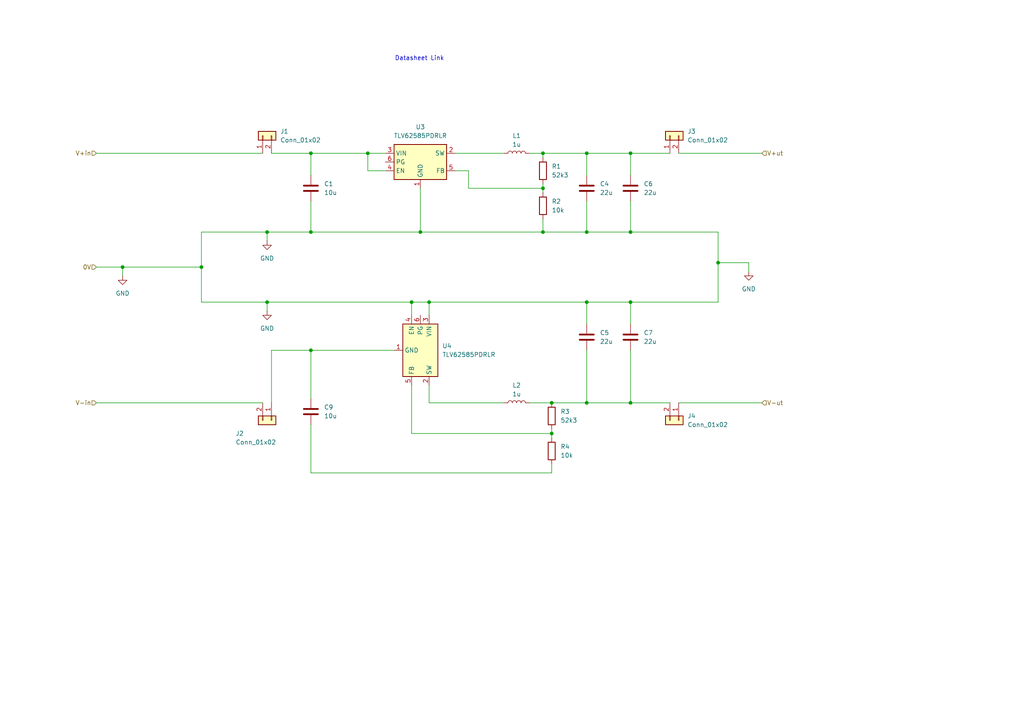
<source format=kicad_sch>
(kicad_sch (version 20231120) (generator "eeschema") (generator_version "8.0")
  (paper "A4")
  (lib_symbols
    (symbol "Connector_Generic:Conn_01x02" (pin_names (offset 1.016) hide)
      (property "Reference" "J" (at 0 2.54 0))
      (property "Value" "Conn_01x02" (at 0 -5.08 0))
      (symbol "Conn_01x02_1_1"
        (rectangle (start -1.27 -2.413) (end 0 -2.667) (stroke (width 0.1524)))
        (rectangle (start -1.27 0.127) (end 0 -0.127) (stroke (width 0.1524)))
        (rectangle (start -1.27 1.27) (end 1.27 -3.81) (stroke (width 0.254)) (fill (type background)))
        (pin passive line (at -5.08 0 0) (length 3.81) (name "Pin_1") (number "1"))
        (pin passive line (at -5.08 -2.54 0) (length 3.81) (name "Pin_2") (number "2"))
      )
    )
    (symbol "Device:C" (pin_numbers hide) (pin_names (offset 0.254))
      (property "Reference" "C" (at 0.635 2.54 0))
      (property "Value" "C" (at 0.635 -2.54 0))
      (symbol "C_0_1"
        (polyline (pts (xy -2.032 -0.762) (xy 2.032 -0.762)) (stroke (width 0.508)))
        (polyline (pts (xy -2.032 0.762) (xy 2.032 0.762)) (stroke (width 0.508)))
      )
      (symbol "C_1_1"
        (pin passive line (at 0 3.81 270) (length 2.794) (name "~") (number "1"))
        (pin passive line (at 0 -3.81 90) (length 2.794) (name "~") (number "2"))
      )
    )
    (symbol "Device:L" (pin_numbers hide) (pin_names (offset 1.016) hide)
      (property "Reference" "L" (at -1.27 0 90))
      (property "Value" "L" (at 1.905 0 90))
      (symbol "L_0_1"
        (arc (start 0 -2.54) (mid 0.6323 -1.905) (end 0 -1.27))
        (arc (start 0 -1.27) (mid 0.6323 -0.635) (end 0 0))
        (arc (start 0 0) (mid 0.6323 0.635) (end 0 1.27))
        (arc (start 0 1.27) (mid 0.6323 1.905) (end 0 2.54))
      )
      (symbol "L_1_1"
        (pin passive line (at 0 3.81 270) (length 1.27) (name "1") (number "1"))
        (pin passive line (at 0 -3.81 90) (length 1.27) (name "2") (number "2"))
      )
    )
    (symbol "Device:R" (pin_numbers hide) (pin_names (offset 0))
      (property "Reference" "R" (at 2.032 0 90))
      (property "Value" "R" (at 0 0 90))
      (symbol "R_0_1"
        (rectangle (start -1.016 -2.54) (end 1.016 2.54) (stroke (width 0.254)))
      )
      (symbol "R_1_1"
        (pin passive line (at 0 3.81 270) (length 1.27) (name "~") (number "1"))
        (pin passive line (at 0 -3.81 90) (length 1.27) (name "~") (number "2"))
      )
    )
    (symbol "buck_lib:TLV62585PDRLR"
      (property "Reference" "U" (at -7.62 6.35 0))
      (property "Value" "TLV62585PDRLR" (at 9.652 -6.35 0))
      (symbol "TLV62585PDRLR_0_1"
        (rectangle (start -7.62 5.08) (end 7.62 -5.08) (stroke (width 0.254)) (fill (type background)))
      )
      (symbol "TLV62585PDRLR_1_1"
        (pin power_in line (at 0 -7.62 90) (length 2.54) (name "GND") (number "1"))
        (pin output line (at 10.16 2.54 180) (length 2.54) (name "SW") (number "2"))
        (pin power_in line (at -10.16 2.54 0) (length 2.54) (name "VIN") (number "3"))
        (pin passive line (at -10.16 -2.54 0) (length 2.54) (name "EN") (number "4"))
        (pin input line (at 10.16 -2.54 180) (length 2.54) (name "FB") (number "5"))
        (pin passive line (at -10.16 0 0) (length 2.54) (name "PG") (number "6"))
      )
    )
    (symbol "power:GND" (power) (pin_numbers hide) (pin_names (offset 0) hide)
      (property "Value" "GND" (at 0 -3.81 0))
      (symbol "GND_0_1"
        (polyline (pts (xy 0 0) (xy 0 -1.27) (xy 1.27 -1.27) (xy 0 -2.54) (xy -1.27 -1.27) (xy 0 -1.27)))
      )
      (symbol "GND_1_1"
        (pin power_in line (at 0 0 270) (length 0) (name "~") (number "1"))
      )
    )
  )
  (junction (at 182.88 87.63))
  (junction (at 77.47 87.63))
  (junction (at 160.02 116.84))
  (junction (at 157.48 67.31))
  (junction (at 170.18 116.84))
  (junction (at 182.88 67.31))
  (junction (at 121.92 67.31))
  (junction (at 90.17 44.45))
  (junction (at 157.48 44.45))
  (junction (at 90.17 101.6))
  (junction (at 157.48 54.61))
  (junction (at 124.46 87.63))
  (junction (at 170.18 44.45))
  (junction (at 119.38 87.63))
  (junction (at 182.88 44.45))
  (junction (at 170.18 87.63))
  (junction (at 160.02 125.73))
  (junction (at 58.42 77.47))
  (junction (at 182.88 116.84))
  (junction (at 77.47 67.31))
  (junction (at 90.17 67.31))
  (junction (at 106.68 44.45))
  (junction (at 208.28 76.2))
  (junction (at 35.56 77.47))
  (junction (at 170.18 67.31))
  (wire (pts (xy 106.68 49.53) (xy 106.68 44.45)))
  (wire (pts (xy 27.94 44.45) (xy 76.2 44.45)))
  (wire (pts (xy 208.28 76.2) (xy 208.28 87.63)))
  (wire (pts (xy 182.88 58.42) (xy 182.88 67.31)))
  (wire (pts (xy 160.02 116.84) (xy 170.18 116.84)))
  (wire (pts (xy 78.74 116.84) (xy 78.74 101.6)))
  (wire (pts (xy 90.17 58.42) (xy 90.17 67.31)))
  (wire (pts (xy 119.38 125.73) (xy 160.02 125.73)))
  (wire (pts (xy 58.42 87.63) (xy 77.47 87.63)))
  (wire (pts (xy 182.88 44.45) (xy 194.31 44.45)))
  (wire (pts (xy 182.88 101.6) (xy 182.88 116.84)))
  (wire (pts (xy 160.02 125.73) (xy 160.02 127)))
  (wire (pts (xy 182.88 67.31) (xy 208.28 67.31)))
  (wire (pts (xy 119.38 87.63) (xy 124.46 87.63)))
  (wire (pts (xy 58.42 67.31) (xy 77.47 67.31)))
  (wire (pts (xy 90.17 137.16) (xy 90.17 123.19)))
  (wire (pts (xy 182.88 87.63) (xy 182.88 93.98)))
  (wire (pts (xy 90.17 67.31) (xy 121.92 67.31)))
  (wire (pts (xy 135.89 54.61) (xy 157.48 54.61)))
  (wire (pts (xy 170.18 44.45) (xy 170.18 50.8)))
  (wire (pts (xy 35.56 77.47) (xy 35.56 80.01)))
  (wire (pts (xy 160.02 137.16) (xy 90.17 137.16)))
  (wire (pts (xy 170.18 67.31) (xy 182.88 67.31)))
  (wire (pts (xy 124.46 87.63) (xy 170.18 87.63)))
  (wire (pts (xy 135.89 49.53) (xy 135.89 54.61)))
  (wire (pts (xy 132.08 49.53) (xy 135.89 49.53)))
  (wire (pts (xy 170.18 44.45) (xy 182.88 44.45)))
  (wire (pts (xy 182.88 87.63) (xy 208.28 87.63)))
  (wire (pts (xy 217.17 76.2) (xy 217.17 78.74)))
  (wire (pts (xy 78.74 101.6) (xy 90.17 101.6)))
  (wire (pts (xy 170.18 87.63) (xy 170.18 93.98)))
  (wire (pts (xy 124.46 116.84) (xy 146.05 116.84)))
  (wire (pts (xy 153.67 44.45) (xy 157.48 44.45)))
  (wire (pts (xy 157.48 67.31) (xy 170.18 67.31)))
  (wire (pts (xy 208.28 76.2) (xy 217.17 76.2)))
  (wire (pts (xy 170.18 58.42) (xy 170.18 67.31)))
  (wire (pts (xy 170.18 116.84) (xy 182.88 116.84)))
  (wire (pts (xy 90.17 101.6) (xy 114.3 101.6)))
  (wire (pts (xy 77.47 67.31) (xy 90.17 67.31)))
  (wire (pts (xy 27.94 116.84) (xy 76.2 116.84)))
  (wire (pts (xy 58.42 67.31) (xy 58.42 77.47)))
  (wire (pts (xy 90.17 44.45) (xy 106.68 44.45)))
  (wire (pts (xy 124.46 87.63) (xy 124.46 91.44)))
  (wire (pts (xy 132.08 44.45) (xy 146.05 44.45)))
  (wire (pts (xy 157.48 44.45) (xy 170.18 44.45)))
  (wire (pts (xy 119.38 111.76) (xy 119.38 125.73)))
  (wire (pts (xy 157.48 53.34) (xy 157.48 54.61)))
  (wire (pts (xy 182.88 44.45) (xy 182.88 50.8)))
  (wire (pts (xy 77.47 67.31) (xy 77.47 69.85)))
  (wire (pts (xy 90.17 44.45) (xy 90.17 50.8)))
  (wire (pts (xy 27.94 77.47) (xy 35.56 77.47)))
  (wire (pts (xy 160.02 124.46) (xy 160.02 125.73)))
  (wire (pts (xy 77.47 87.63) (xy 119.38 87.63)))
  (wire (pts (xy 90.17 115.57) (xy 90.17 101.6)))
  (wire (pts (xy 170.18 101.6) (xy 170.18 116.84)))
  (wire (pts (xy 182.88 116.84) (xy 194.31 116.84)))
  (wire (pts (xy 121.92 67.31) (xy 157.48 67.31)))
  (wire (pts (xy 153.67 116.84) (xy 160.02 116.84)))
  (wire (pts (xy 160.02 134.62) (xy 160.02 137.16)))
  (wire (pts (xy 208.28 67.31) (xy 208.28 76.2)))
  (wire (pts (xy 58.42 87.63) (xy 58.42 77.47)))
  (wire (pts (xy 77.47 87.63) (xy 77.47 90.17)))
  (wire (pts (xy 121.92 54.61) (xy 121.92 67.31)))
  (wire (pts (xy 106.68 44.45) (xy 111.76 44.45)))
  (wire (pts (xy 157.48 54.61) (xy 157.48 55.88)))
  (wire (pts (xy 119.38 91.44) (xy 119.38 87.63)))
  (wire (pts (xy 111.76 49.53) (xy 106.68 49.53)))
  (wire (pts (xy 170.18 87.63) (xy 182.88 87.63)))
  (wire (pts (xy 78.74 44.45) (xy 90.17 44.45)))
  (wire (pts (xy 124.46 111.76) (xy 124.46 116.84)))
  (wire (pts (xy 196.85 116.84) (xy 220.98 116.84)))
  (wire (pts (xy 157.48 44.45) (xy 157.48 45.72)))
  (wire (pts (xy 196.85 44.45) (xy 220.98 44.45)))
  (wire (pts (xy 157.48 63.5) (xy 157.48 67.31)))
  (wire (pts (xy 35.56 77.47) (xy 58.42 77.47)))
  (text "Datasheet Link" (at 121.666 17.018 0) (effects (font (size 1.27 1.27))))
  (hierarchical_label "V+in" (shape input) (at 27.94 44.45 180))
  (hierarchical_label "V+ut" (shape input) (at 220.98 44.45 0))
  (hierarchical_label "0V" (shape input) (at 27.94 77.47 180))
  (hierarchical_label "V-ut" (shape input) (at 220.98 116.84 0))
  (hierarchical_label "V-in" (shape input) (at 27.94 116.84 180))
  (symbol (lib_id "Connector_Generic:Conn_01x02") (at 78.74 121.92 270) (unit 1)
    (property "Reference" "J2" (at 68.326 125.73 90) (effects (justify left)))
    (property "Value" "Conn_01x02" (at 68.326 128.27 90) (effects (justify left)))
    (property "Description" "Generic connector, single row, 01x02, script generated (kicad-library-utils/schlib/autogen/connector/)" (effects (hide yes)))
  )
  (symbol (lib_id "Device:C") (at 170.18 97.79 0) (unit 1)
    (property "Reference" "C5" (at 173.99 96.5199 0) (effects (justify left)))
    (property "Value" "22u" (at 173.99 99.0599 0) (effects (justify left)))
    (property "Description" "Unpolarized capacitor" (effects (hide yes)))
  )
  (symbol (lib_id "buck_lib:TLV62585PDRLR") (at 121.92 46.99 0) (unit 1)
    (property "Reference" "U3" (at 121.92 36.83 0))
    (property "Value" "TLV62585PDRLR" (at 121.92 39.37 0))
    (property "Footprint" "Package_TO_SOT_SMD:SOT-563" (effects (hide yes)))
    (property "Datasheet" "https://www.ti.com/lit/ds/symlink/tlv62585.pdf?HQS=dis-dk-null-digikeymode-dsf-pf-null-wwe&ts=1712843179235&ref_url=https%253A%252F%252Fwww.ti.com%252Fgeneral%252Fdocs%252Fsuppproductinfo.tsp%253FdistId%253D10%2526gotoUrl%253Dhttps%253A%252F%252Fwww.ti.com%252Flit%252Fgpn%252Ftlv62585" (effects (hide yes)))
    (property "Description" "Buck Switching Regulator IC Positive Adjustable 0.6V 1 Output 3A SOT-563, SOT-666" (effects (hide yes)))
  )
  (symbol (lib_id "Device:C") (at 182.88 97.79 0) (unit 1)
    (property "Reference" "C7" (at 186.69 96.5199 0) (effects (justify left)))
    (property "Value" "22u" (at 186.69 99.0599 0) (effects (justify left)))
    (property "Description" "Unpolarized capacitor" (effects (hide yes)))
  )
  (symbol (lib_id "Device:R") (at 157.48 49.53 0) (unit 1)
    (property "Reference" "R1" (at 160.02 48.2599 0) (effects (justify left)))
    (property "Value" "52k3" (at 160.02 50.7999 0) (effects (justify left)))
    (property "Description" "Resistor" (effects (hide yes)))
  )
  (symbol (lib_id "buck_lib:TLV62585PDRLR") (at 121.92 101.6 270) (unit 1)
    (property "Reference" "U4" (at 128.27 100.3299 90) (effects (justify left)))
    (property "Value" "TLV62585PDRLR" (at 128.27 102.8699 90) (effects (justify left)))
    (property "Footprint" "Package_TO_SOT_SMD:SOT-563" (effects (hide yes)))
    (property "Datasheet" "https://www.ti.com/lit/ds/symlink/tlv62585.pdf?HQS=dis-dk-null-digikeymode-dsf-pf-null-wwe&ts=1712843179235&ref_url=https%253A%252F%252Fwww.ti.com%252Fgeneral%252Fdocs%252Fsuppproductinfo.tsp%253FdistId%253D10%2526gotoUrl%253Dhttps%253A%252F%252Fwww.ti.com%252Flit%252Fgpn%252Ftlv62585" (effects (hide yes)))
    (property "Description" "Buck Switching Regulator IC Positive Adjustable 0.6V 1 Output 3A SOT-563, SOT-666" (effects (hide yes)))
  )
  (symbol (lib_id "power:GND") (at 217.17 78.74 0) (unit 1)
    (property "Reference" "#PWR04" (effects (hide yes)))
    (property "Value" "GND" (at 217.17 83.82 0))
    (property "Description" "Power symbol creates a global label with name \"GND\" , ground" (effects (hide yes)))
  )
  (symbol (lib_id "power:GND") (at 35.56 80.01 0) (unit 1)
    (property "Reference" "#PWR03" (effects (hide yes)))
    (property "Value" "GND" (at 35.56 85.09 0))
    (property "Description" "Power symbol creates a global label with name \"GND\" , ground" (effects (hide yes)))
  )
  (symbol (lib_id "Device:C") (at 170.18 54.61 0) (unit 1)
    (property "Reference" "C4" (at 173.99 53.3399 0) (effects (justify left)))
    (property "Value" "22u" (at 173.99 55.8799 0) (effects (justify left)))
    (property "Description" "Unpolarized capacitor" (effects (hide yes)))
  )
  (symbol (lib_id "Device:C") (at 90.17 119.38 0) (unit 1)
    (property "Reference" "C9" (at 93.98 118.1099 0) (effects (justify left)))
    (property "Value" "10u" (at 93.98 120.6499 0) (effects (justify left)))
    (property "Description" "Unpolarized capacitor" (effects (hide yes)))
  )
  (symbol (lib_id "Connector_Generic:Conn_01x02") (at 76.2 39.37 90) (unit 1)
    (property "Reference" "J1" (at 81.28 38.0999 90) (effects (justify right)))
    (property "Value" "Conn_01x02" (at 81.28 40.6399 90) (effects (justify right)))
    (property "Description" "Generic connector, single row, 01x02, script generated (kicad-library-utils/schlib/autogen/connector/)" (effects (hide yes)))
  )
  (symbol (lib_id "Device:R") (at 157.48 59.69 0) (unit 1)
    (property "Reference" "R2" (at 160.02 58.4199 0) (effects (justify left)))
    (property "Value" "10k" (at 160.02 60.9599 0) (effects (justify left)))
    (property "Description" "Resistor" (effects (hide yes)))
  )
  (symbol (lib_id "Device:R") (at 160.02 120.65 0) (unit 1)
    (property "Reference" "R3" (at 162.56 119.3799 0) (effects (justify left)))
    (property "Value" "52k3" (at 162.56 121.9199 0) (effects (justify left)))
    (property "Description" "Resistor" (effects (hide yes)))
  )
  (symbol (lib_id "power:GND") (at 77.47 69.85 0) (unit 1)
    (property "Reference" "#PWR01" (effects (hide yes)))
    (property "Value" "GND" (at 77.47 74.93 0))
    (property "Description" "Power symbol creates a global label with name \"GND\" , ground" (effects (hide yes)))
  )
  (symbol (lib_id "Device:C") (at 90.17 54.61 0) (unit 1)
    (property "Reference" "C1" (at 93.98 53.3399 0) (effects (justify left)))
    (property "Value" "10u" (at 93.98 55.8799 0) (effects (justify left)))
    (property "Description" "Unpolarized capacitor" (effects (hide yes)))
  )
  (symbol (lib_id "Device:R") (at 160.02 130.81 0) (unit 1)
    (property "Reference" "R4" (at 162.56 129.5399 0) (effects (justify left)))
    (property "Value" "10k" (at 162.56 132.0799 0) (effects (justify left)))
    (property "Description" "Resistor" (effects (hide yes)))
  )
  (symbol (lib_id "Connector_Generic:Conn_01x02") (at 194.31 39.37 90) (unit 1)
    (property "Reference" "J3" (at 199.39 38.0999 90) (effects (justify right)))
    (property "Value" "Conn_01x02" (at 199.39 40.6399 90) (effects (justify right)))
    (property "Description" "Generic connector, single row, 01x02, script generated (kicad-library-utils/schlib/autogen/connector/)" (effects (hide yes)))
  )
  (symbol (lib_id "Connector_Generic:Conn_01x02") (at 196.85 121.92 270) (unit 1)
    (property "Reference" "J4" (at 199.39 120.6499 90) (effects (justify left)))
    (property "Value" "Conn_01x02" (at 199.39 123.1899 90) (effects (justify left)))
    (property "Description" "Generic connector, single row, 01x02, script generated (kicad-library-utils/schlib/autogen/connector/)" (effects (hide yes)))
  )
  (symbol (lib_id "power:GND") (at 77.47 90.17 0) (unit 1)
    (property "Reference" "#PWR02" (effects (hide yes)))
    (property "Value" "GND" (at 77.47 95.25 0))
    (property "Description" "Power symbol creates a global label with name \"GND\" , ground" (effects (hide yes)))
  )
  (symbol (lib_id "Device:L") (at 149.86 116.84 90) (unit 1)
    (property "Reference" "L2" (at 149.86 111.76 90))
    (property "Value" "1u" (at 149.86 114.3 90))
    (property "Description" "Inductor" (effects (hide yes)))
  )
  (symbol (lib_id "Device:C") (at 182.88 54.61 0) (unit 1)
    (property "Reference" "C6" (at 186.69 53.3399 0) (effects (justify left)))
    (property "Value" "22u" (at 186.69 55.8799 0) (effects (justify left)))
    (property "Description" "Unpolarized capacitor" (effects (hide yes)))
  )
  (symbol (lib_id "Device:L") (at 149.86 44.45 90) (unit 1)
    (property "Reference" "L1" (at 149.86 39.37 90))
    (property "Value" "1u" (at 149.86 41.91 90))
    (property "Description" "Inductor" (effects (hide yes)))
  )
)
</source>
